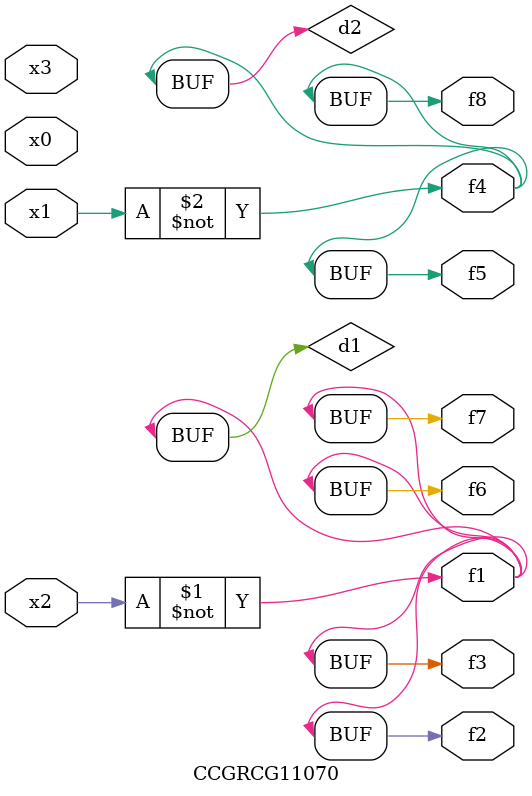
<source format=v>
module CCGRCG11070(
	input x0, x1, x2, x3,
	output f1, f2, f3, f4, f5, f6, f7, f8
);

	wire d1, d2;

	xnor (d1, x2);
	not (d2, x1);
	assign f1 = d1;
	assign f2 = d1;
	assign f3 = d1;
	assign f4 = d2;
	assign f5 = d2;
	assign f6 = d1;
	assign f7 = d1;
	assign f8 = d2;
endmodule

</source>
